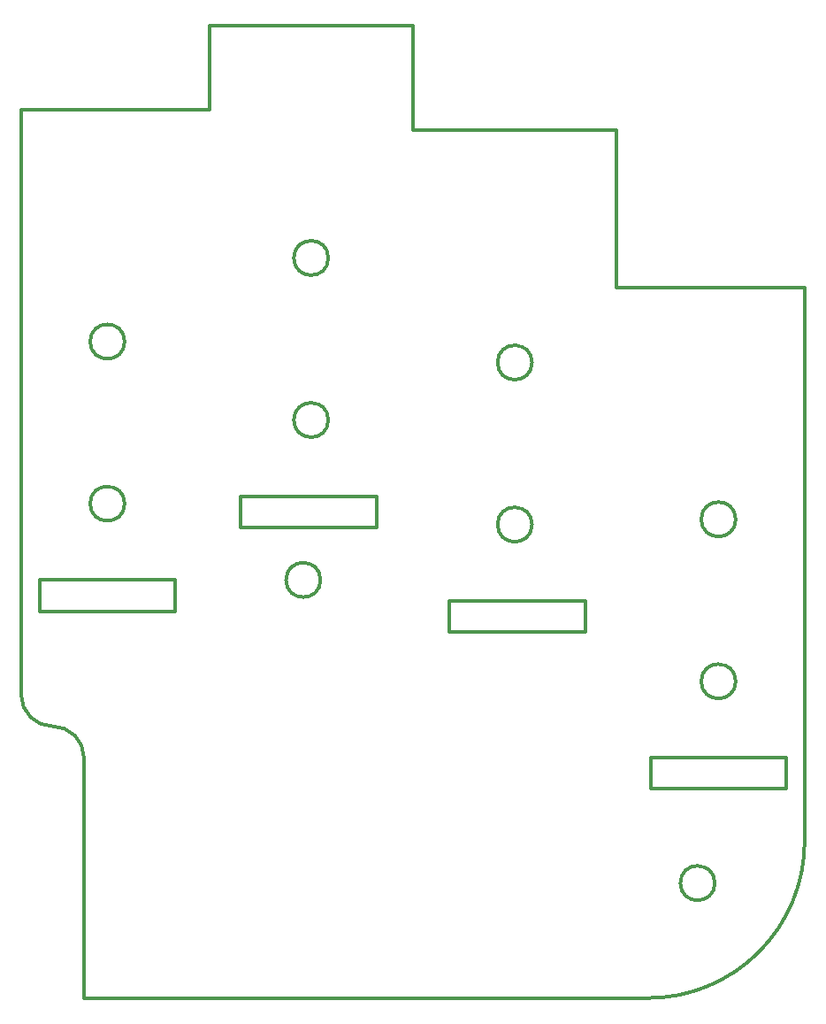
<source format=gm1>
G04 #@! TF.GenerationSoftware,KiCad,Pcbnew,(5.0.2)-1*
G04 #@! TF.CreationDate,2019-03-27T22:14:58+01:00*
G04 #@! TF.ProjectId,DorsalTPMG90,446f7273-616c-4545-904d-4739302e6b69,v01*
G04 #@! TF.SameCoordinates,Original*
G04 #@! TF.FileFunction,Profile,NP*
%FSLAX46Y46*%
G04 Gerber Fmt 4.6, Leading zero omitted, Abs format (unit mm)*
G04 Created by KiCad (PCBNEW (5.0.2)-1) date 27/03/2019 22:14:58*
%MOMM*%
%LPD*%
G01*
G04 APERTURE LIST*
%ADD10C,0.300000*%
G04 APERTURE END LIST*
D10*
X170750000Y-117500000D02*
X170750000Y-114500000D01*
X183750000Y-117500000D02*
X170750000Y-117500000D01*
X183750000Y-114500000D02*
X183750000Y-117500000D01*
X170750000Y-114500000D02*
X183750000Y-114500000D01*
X151500000Y-102500000D02*
X151500000Y-99500000D01*
X164500000Y-102500000D02*
X151500000Y-102500000D01*
X164500000Y-99500000D02*
X164500000Y-102500000D01*
X151500000Y-99500000D02*
X164500000Y-99500000D01*
X131500000Y-92500000D02*
X131500000Y-89500000D01*
X144500000Y-92500000D02*
X131500000Y-92500000D01*
X144500000Y-89500000D02*
X144500000Y-92500000D01*
X131500000Y-89500000D02*
X144500000Y-89500000D01*
X112250000Y-100500000D02*
X112250000Y-97500000D01*
X125250000Y-100500000D02*
X112250000Y-100500000D01*
X125250000Y-97500000D02*
X125250000Y-100500000D01*
X112250000Y-97500000D02*
X125250000Y-97500000D01*
X178900000Y-107200000D02*
G75*
G03X178900000Y-107200000I-1650000J0D01*
G01*
X159400000Y-76700000D02*
G75*
G03X159400000Y-76700000I-1650000J0D01*
G01*
X176900000Y-126500000D02*
G75*
G03X176900000Y-126500000I-1650000J0D01*
G01*
X159400000Y-92200000D02*
G75*
G03X159400000Y-92200000I-1650000J0D01*
G01*
X139150000Y-97500000D02*
G75*
G03X139150000Y-97500000I-1650000J0D01*
G01*
X178900000Y-91700000D02*
G75*
G03X178900000Y-91700000I-1650000J0D01*
G01*
X120400000Y-90200000D02*
G75*
G03X120400000Y-90200000I-1650000J0D01*
G01*
X139900000Y-82200000D02*
G75*
G03X139900000Y-82200000I-1650000J0D01*
G01*
X120400000Y-74700000D02*
G75*
G03X120400000Y-74700000I-1650000J0D01*
G01*
X139900000Y-66700000D02*
G75*
G03X139900000Y-66700000I-1650000J0D01*
G01*
X113500000Y-111500000D02*
G75*
G02X110500000Y-108500000I0J3000000D01*
G01*
X113500000Y-111500000D02*
G75*
G02X116500000Y-114500000I0J-3000000D01*
G01*
X185500000Y-122500000D02*
G75*
G02X170500000Y-137500000I-15000000J0D01*
G01*
X170500000Y-137500000D02*
X116500000Y-137500000D01*
X116500000Y-114500000D02*
X116500000Y-137500000D01*
X110500000Y-52500000D02*
X110500000Y-108500000D01*
X185500000Y-69500000D02*
X185500000Y-122500000D01*
X167500000Y-69500000D02*
X185500000Y-69500000D01*
X167500000Y-54500000D02*
X167500000Y-69500000D01*
X148000000Y-54500000D02*
X167500000Y-54500000D01*
X148000000Y-44500000D02*
X148000000Y-54500000D01*
X128500000Y-44500000D02*
X148000000Y-44500000D01*
X128500000Y-52500000D02*
X128500000Y-44500000D01*
X110500000Y-52500000D02*
X128500000Y-52500000D01*
M02*

</source>
